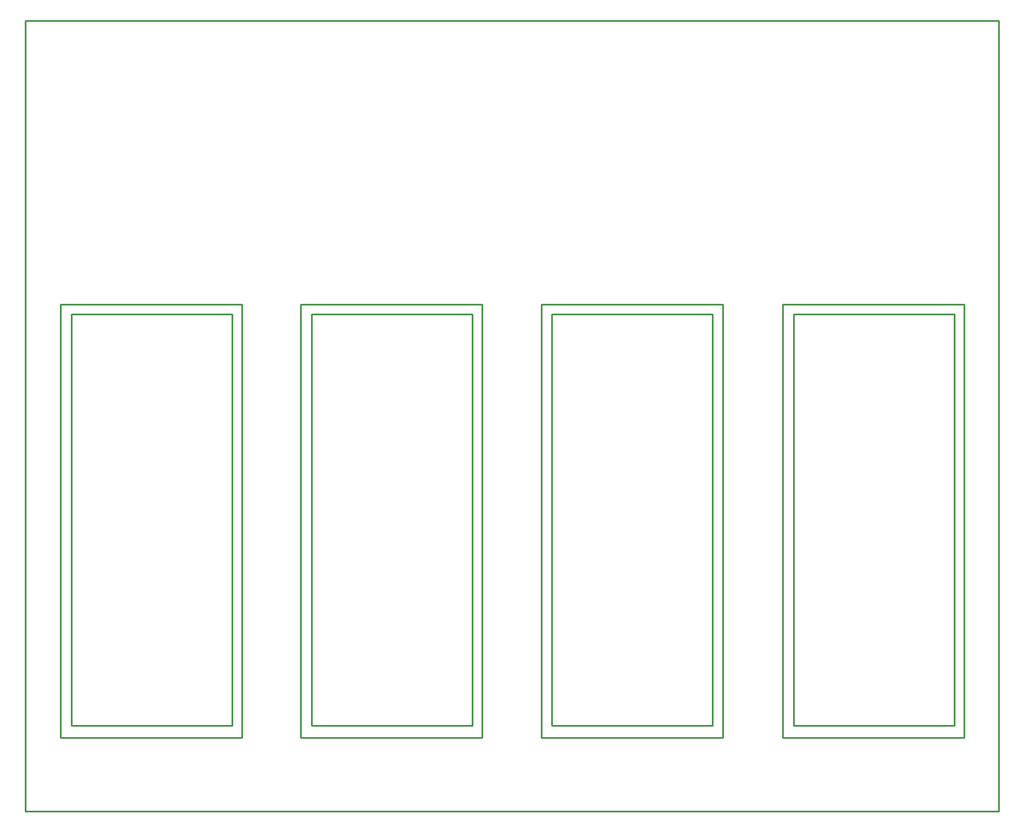
<source format=gm1>
G04*
G04 #@! TF.GenerationSoftware,Altium Limited,Altium Designer,22.11.1 (43)*
G04*
G04 Layer_Color=16711935*
%FSLAX25Y25*%
%MOIN*%
G70*
G04*
G04 #@! TF.SameCoordinates,C5D6164D-5D78-48BC-AB56-747E864F78F7*
G04*
G04*
G04 #@! TF.FilePolarity,Positive*
G04*
G01*
G75*
%ADD17C,0.01000*%
D17*
X-13000Y-13000D02*
X550500D01*
X-13000Y445000D02*
X550500D01*
Y-13000D02*
Y445000D01*
X-13000Y-13000D02*
Y445000D01*
X13576Y275147D02*
X106576D01*
X13576Y36647D02*
X106576D01*
X13576D02*
Y275147D01*
X106576Y36647D02*
Y275147D01*
X7508Y29750D02*
X112508D01*
X7508Y280750D02*
X112508D01*
Y29750D02*
Y280750D01*
X7508Y29750D02*
Y280750D01*
X285765Y29750D02*
Y280750D01*
X390765Y29750D02*
Y280750D01*
X285765D02*
X390765D01*
X285765Y29750D02*
X390765D01*
X384833Y36647D02*
Y275147D01*
X291833Y36647D02*
Y275147D01*
Y36647D02*
X384833D01*
X291833Y275147D02*
X384833D01*
X425496Y29750D02*
Y280750D01*
X530496Y29750D02*
Y280750D01*
X425496D02*
X530496D01*
X425496Y29750D02*
X530496D01*
X524564Y36647D02*
Y275147D01*
X431564Y36647D02*
Y275147D01*
Y36647D02*
X524564D01*
X431564Y275147D02*
X524564D01*
X146508Y29750D02*
Y280750D01*
X251508Y29750D02*
Y280750D01*
X146508D02*
X251508D01*
X146508Y29750D02*
X251508D01*
X245576Y36647D02*
Y275147D01*
X152576Y36647D02*
Y275147D01*
Y36647D02*
X245576D01*
X152576Y275147D02*
X245576D01*
M02*

</source>
